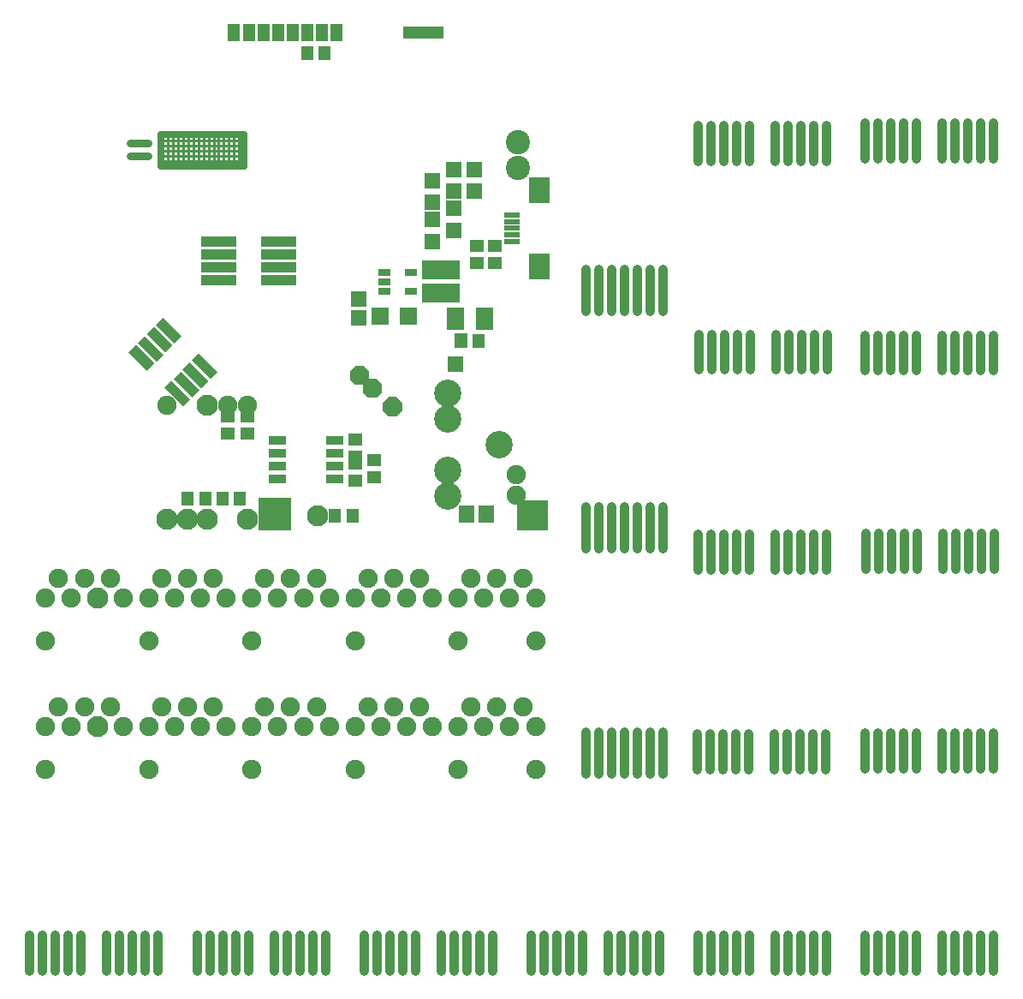
<source format=gbs>
%FSLAX34Y34*%
%MOMM*%
%LNSOLDERMASK_BOTTOM*%
G71*
G01*
%ADD10C, 1.900*%
%ADD11C, 2.100*%
%ADD12R, 1.800X2.200*%
%ADD13R, 1.190X0.800*%
%ADD14R, 3.800X1.900*%
%ADD15R, 1.800X1.800*%
%ADD16R, 1.600X1.500*%
%ADD17R, 1.600X1.600*%
%ADD18R, 1.200X1.800*%
%ADD19R, 1.300X1.400*%
%ADD20C, 2.400*%
%ADD21R, 1.800X0.870*%
%ADD22R, 1.400X1.300*%
%ADD23R, 1.500X1.700*%
%ADD24C, 2.700*%
%ADD25R, 1.550X0.600*%
%ADD26R, 2.100X2.500*%
%ADD27C, 0.250*%
%ADD28C, 0.700*%
%ADD29C, 0.800*%
%ADD30R, 2.600X1.000*%
%ADD31R, 0.500X1.200*%
%ADD32R, 3.500X1.000*%
%ADD33R, 2.500X1.000*%
%ADD34C, 0.950*%
%LPD*%
X43918Y-654498D02*
G54D10*
D03*
X145917Y-654498D02*
G54D10*
D03*
X247917Y-654498D02*
G54D10*
D03*
X349917Y-654498D02*
G54D10*
D03*
X451917Y-654498D02*
G54D10*
D03*
X528417Y-654498D02*
G54D10*
D03*
X43918Y-612222D02*
G54D10*
D03*
X69418Y-612223D02*
G54D10*
D03*
X94918Y-612222D02*
G54D11*
D03*
X120417Y-612223D02*
G54D10*
D03*
X145917Y-612223D02*
G54D10*
D03*
X171417Y-612223D02*
G54D10*
D03*
X196917Y-612223D02*
G54D10*
D03*
X222417Y-612223D02*
G54D10*
D03*
X247917Y-612223D02*
G54D10*
D03*
X273417Y-612223D02*
G54D10*
D03*
X298917Y-612223D02*
G54D10*
D03*
X324417Y-612223D02*
G54D10*
D03*
X349917Y-612223D02*
G54D10*
D03*
X375417Y-612223D02*
G54D10*
D03*
X400917Y-612223D02*
G54D10*
D03*
X426417Y-612223D02*
G54D10*
D03*
X451917Y-612223D02*
G54D10*
D03*
X477417Y-612223D02*
G54D10*
D03*
X502918Y-612223D02*
G54D10*
D03*
X528418Y-612223D02*
G54D10*
D03*
X56668Y-592222D02*
G54D10*
D03*
X82168Y-592222D02*
G54D10*
D03*
X107668Y-592223D02*
G54D10*
D03*
X158667Y-592223D02*
G54D10*
D03*
X184167Y-592223D02*
G54D10*
D03*
X209667Y-592223D02*
G54D10*
D03*
X260667Y-592223D02*
G54D10*
D03*
X286167Y-592223D02*
G54D10*
D03*
X311667Y-592223D02*
G54D10*
D03*
X362667Y-592223D02*
G54D10*
D03*
X388167Y-592223D02*
G54D10*
D03*
X413667Y-592223D02*
G54D10*
D03*
X464668Y-592223D02*
G54D10*
D03*
X490168Y-592223D02*
G54D10*
D03*
X515668Y-592223D02*
G54D10*
D03*
X477554Y-335700D02*
G54D12*
D03*
X449563Y-335692D02*
G54D12*
D03*
X379037Y-290137D02*
G54D13*
D03*
X379039Y-299542D02*
G54D13*
D03*
X379037Y-309137D02*
G54D13*
D03*
X404937Y-309137D02*
G54D13*
D03*
X404937Y-290137D02*
G54D13*
D03*
X435158Y-310622D02*
G54D14*
D03*
X435158Y-287622D02*
G54D14*
D03*
X402986Y-333744D02*
G54D15*
D03*
X374986Y-333745D02*
G54D15*
D03*
X353264Y-335252D02*
G54D16*
D03*
X353266Y-316248D02*
G54D16*
D03*
X426587Y-238064D02*
G54D16*
D03*
X426587Y-259638D02*
G54D16*
D03*
X449555Y-381078D02*
G54D17*
D03*
X509408Y-490574D02*
G54D10*
D03*
G36*
X510462Y-545200D02*
X510462Y-515200D01*
X540462Y-515200D01*
X540462Y-545200D01*
X510462Y-545200D01*
G37*
X230250Y-53610D02*
G54D18*
D03*
X245330Y-53608D02*
G54D18*
D03*
X259617Y-53608D02*
G54D18*
D03*
X273905Y-53608D02*
G54D18*
D03*
X288192Y-53608D02*
G54D18*
D03*
X302483Y-53610D02*
G54D18*
D03*
X316768Y-53608D02*
G54D18*
D03*
X331055Y-53608D02*
G54D18*
D03*
X302483Y-73990D02*
G54D19*
D03*
X319483Y-73990D02*
G54D19*
D03*
X163918Y-534324D02*
G54D11*
D03*
X184562Y-534330D02*
G54D11*
D03*
X203612Y-534330D02*
G54D11*
D03*
X203610Y-421490D02*
G54D11*
D03*
G36*
X286628Y-513249D02*
X286628Y-545249D01*
X254628Y-545249D01*
X254628Y-513249D01*
X286628Y-513249D01*
G37*
X511025Y-186929D02*
G54D20*
D03*
X511022Y-161528D02*
G54D20*
D03*
X329715Y-455905D02*
G54D21*
D03*
X329715Y-468605D02*
G54D21*
D03*
X329715Y-481305D02*
G54D21*
D03*
X329715Y-494005D02*
G54D21*
D03*
X272716Y-494005D02*
G54D21*
D03*
X272715Y-481305D02*
G54D21*
D03*
X272715Y-468605D02*
G54D21*
D03*
X272715Y-455905D02*
G54D21*
D03*
X350183Y-479320D02*
G54D22*
D03*
X350183Y-496320D02*
G54D22*
D03*
X350183Y-455177D02*
G54D22*
D03*
X350183Y-472177D02*
G54D22*
D03*
X369149Y-492511D02*
G54D22*
D03*
X369149Y-475511D02*
G54D22*
D03*
X459978Y-529033D02*
G54D23*
D03*
X163922Y-421491D02*
G54D10*
D03*
X224246Y-421491D02*
G54D10*
D03*
X243296Y-421491D02*
G54D10*
D03*
G36*
X126042Y-368952D02*
X133113Y-361882D01*
X151497Y-380268D01*
X144425Y-387338D01*
X126042Y-368952D01*
G37*
G36*
X135022Y-359972D02*
X142093Y-352901D01*
X160477Y-371287D01*
X153405Y-378358D01*
X135022Y-359972D01*
G37*
G36*
X144002Y-350991D02*
X151074Y-343921D01*
X169456Y-362308D01*
X162384Y-369378D01*
X144002Y-350991D01*
G37*
G36*
X152981Y-342013D02*
X160052Y-334942D01*
X178438Y-353325D01*
X171367Y-360397D01*
X152981Y-342013D01*
G37*
G36*
X188337Y-377368D02*
X195408Y-370297D01*
X213793Y-388681D01*
X206722Y-395752D01*
X188337Y-377368D01*
G37*
G36*
X179357Y-386349D02*
X186427Y-379277D01*
X204813Y-397661D01*
X197742Y-404732D01*
X179357Y-386349D01*
G37*
G36*
X170377Y-395328D02*
X177448Y-388257D01*
X195833Y-406642D01*
X188762Y-413713D01*
X170377Y-395328D01*
G37*
G36*
X161397Y-404308D02*
X168468Y-397237D01*
X186852Y-415623D01*
X179781Y-422693D01*
X161397Y-404308D01*
G37*
X236065Y-513547D02*
G54D19*
D03*
X219063Y-513544D02*
G54D19*
D03*
X479818Y-529034D02*
G54D23*
D03*
X491924Y-460596D02*
G54D24*
D03*
X441124Y-485996D02*
G54D24*
D03*
X441123Y-435195D02*
G54D24*
D03*
X441123Y-409796D02*
G54D24*
D03*
X441124Y-511396D02*
G54D24*
D03*
X505398Y-233740D02*
G54D25*
D03*
X505398Y-240240D02*
G54D25*
D03*
X505398Y-246740D02*
G54D25*
D03*
X505398Y-253240D02*
G54D25*
D03*
X505398Y-259740D02*
G54D25*
D03*
X532148Y-284240D02*
G54D26*
D03*
X532148Y-209240D02*
G54D26*
D03*
X426587Y-199567D02*
G54D16*
D03*
X426587Y-221141D02*
G54D16*
D03*
X447225Y-227269D02*
G54D16*
D03*
X447225Y-248843D02*
G54D16*
D03*
X447225Y-188772D02*
G54D16*
D03*
X447224Y-210346D02*
G54D16*
D03*
G36*
X371052Y-395312D02*
X376610Y-400870D01*
X376610Y-408754D01*
X371052Y-414312D01*
X363168Y-414312D01*
X357610Y-408754D01*
X357610Y-400870D01*
X363168Y-395312D01*
X371052Y-395312D01*
G37*
G36*
X358352Y-382612D02*
X363910Y-388170D01*
X363910Y-396054D01*
X358352Y-401612D01*
X350468Y-401612D01*
X344910Y-396054D01*
X344910Y-388170D01*
X350468Y-382612D01*
X358352Y-382612D01*
G37*
G36*
X391022Y-413569D02*
X396580Y-419127D01*
X396580Y-427011D01*
X391022Y-432569D01*
X383138Y-432569D01*
X377580Y-427011D01*
X377580Y-419127D01*
X383138Y-413569D01*
X391022Y-413569D01*
G37*
X467862Y-188772D02*
G54D16*
D03*
X467862Y-210346D02*
G54D16*
D03*
X488322Y-280756D02*
G54D22*
D03*
X488322Y-263756D02*
G54D22*
D03*
X470066Y-280756D02*
G54D22*
D03*
X470066Y-263756D02*
G54D22*
D03*
X312562Y-530574D02*
G54D11*
D03*
G54D27*
X160000Y-185482D02*
X160000Y-153732D01*
X165000Y-185482D02*
X165000Y-153732D01*
X170000Y-185482D02*
X170000Y-153732D01*
X175000Y-185482D02*
X175000Y-153732D01*
X180000Y-185482D02*
X180000Y-153732D01*
X185000Y-185482D02*
X185000Y-153732D01*
X190000Y-185482D02*
X190000Y-153732D01*
X195000Y-185482D02*
X195000Y-153732D01*
X200000Y-185482D02*
X200000Y-153732D01*
X205000Y-185482D02*
X205000Y-153732D01*
X210000Y-185482D02*
X210000Y-153732D01*
X215000Y-185482D02*
X215000Y-153732D01*
X220000Y-185482D02*
X220000Y-153732D01*
X225000Y-185482D02*
X225000Y-153732D01*
X230000Y-185482D02*
X230000Y-153732D01*
X235000Y-185482D02*
X235000Y-153732D01*
X240000Y-185482D02*
X240000Y-153732D01*
X157777Y-185000D02*
X240327Y-185000D01*
X157777Y-180000D02*
X240327Y-180000D01*
X157777Y-175000D02*
X240327Y-175000D01*
X157777Y-170000D02*
X240327Y-170000D01*
X157777Y-165000D02*
X240327Y-165000D01*
X157777Y-160000D02*
X240327Y-160000D01*
X157777Y-155000D02*
X240327Y-155000D01*
G54D28*
X157777Y-153732D02*
X240327Y-153732D01*
X240327Y-185482D01*
X157777Y-185482D01*
X157777Y-153732D01*
G54D29*
X145218Y-175418D02*
X127071Y-175418D01*
G54D29*
X145218Y-162718D02*
X127071Y-162718D01*
X184562Y-513541D02*
G54D19*
D03*
X201564Y-513544D02*
G54D19*
D03*
X269630Y-259627D02*
G54D30*
D03*
X269630Y-272327D02*
G54D30*
D03*
X269630Y-285027D02*
G54D30*
D03*
X269630Y-297727D02*
G54D30*
D03*
X219630Y-297727D02*
G54D30*
D03*
X219630Y-285027D02*
G54D30*
D03*
X219630Y-272327D02*
G54D30*
D03*
X219630Y-259627D02*
G54D30*
D03*
X330152Y-530574D02*
G54D19*
D03*
X347152Y-530574D02*
G54D19*
D03*
X223988Y-449418D02*
G54D22*
D03*
X223991Y-432416D02*
G54D22*
D03*
X243038Y-449418D02*
G54D22*
D03*
X243041Y-432416D02*
G54D22*
D03*
G36*
X448319Y-350704D02*
X461319Y-350703D01*
X461319Y-364703D01*
X448319Y-364704D01*
X448319Y-350704D01*
G37*
X471819Y-357703D02*
G54D19*
D03*
X399897Y-53562D02*
G54D31*
D03*
X404897Y-53562D02*
G54D31*
D03*
X409897Y-53562D02*
G54D31*
D03*
X414897Y-53562D02*
G54D31*
D03*
X419897Y-53562D02*
G54D31*
D03*
X424897Y-53562D02*
G54D31*
D03*
X429897Y-53562D02*
G54D31*
D03*
X434897Y-53562D02*
G54D31*
D03*
X459978Y-529033D02*
G54D23*
D03*
X479818Y-529034D02*
G54D23*
D03*
X243307Y-534324D02*
G54D11*
D03*
X509408Y-510574D02*
G54D10*
D03*
X274393Y-259627D02*
G54D32*
D03*
X219630Y-259627D02*
G54D33*
D03*
X274393Y-272327D02*
G54D32*
D03*
X274393Y-285027D02*
G54D32*
D03*
X274393Y-297727D02*
G54D32*
D03*
X214868Y-297727D02*
G54D32*
D03*
X214868Y-285027D02*
G54D32*
D03*
X214868Y-272327D02*
G54D32*
D03*
X214868Y-259627D02*
G54D32*
D03*
X43918Y-781498D02*
G54D10*
D03*
X145917Y-781498D02*
G54D10*
D03*
X247917Y-781498D02*
G54D10*
D03*
X349917Y-781498D02*
G54D10*
D03*
X451917Y-781498D02*
G54D10*
D03*
X528417Y-781498D02*
G54D10*
D03*
X43918Y-739222D02*
G54D10*
D03*
X69418Y-739223D02*
G54D10*
D03*
X94918Y-739222D02*
G54D11*
D03*
X120417Y-739223D02*
G54D10*
D03*
X145917Y-739223D02*
G54D10*
D03*
X171417Y-739223D02*
G54D10*
D03*
X196917Y-739223D02*
G54D10*
D03*
X222417Y-739223D02*
G54D10*
D03*
X247917Y-739223D02*
G54D10*
D03*
X273417Y-739223D02*
G54D10*
D03*
X298917Y-739223D02*
G54D10*
D03*
X324417Y-739223D02*
G54D10*
D03*
X349917Y-739223D02*
G54D10*
D03*
X375417Y-739223D02*
G54D10*
D03*
X400917Y-739223D02*
G54D10*
D03*
X426417Y-739223D02*
G54D10*
D03*
X451917Y-739223D02*
G54D10*
D03*
X477417Y-739223D02*
G54D10*
D03*
X502918Y-739223D02*
G54D10*
D03*
X528418Y-739223D02*
G54D10*
D03*
X56668Y-719222D02*
G54D10*
D03*
X82168Y-719222D02*
G54D10*
D03*
X107668Y-719223D02*
G54D10*
D03*
X158667Y-719223D02*
G54D10*
D03*
X184167Y-719223D02*
G54D10*
D03*
X209667Y-719223D02*
G54D10*
D03*
X260667Y-719223D02*
G54D10*
D03*
X286167Y-719223D02*
G54D10*
D03*
X311667Y-719223D02*
G54D10*
D03*
X362667Y-719223D02*
G54D10*
D03*
X388167Y-719223D02*
G54D10*
D03*
X413667Y-719223D02*
G54D10*
D03*
X464668Y-719223D02*
G54D10*
D03*
X490168Y-719223D02*
G54D10*
D03*
X515668Y-719223D02*
G54D10*
D03*
G54D34*
X141989Y-944692D02*
X141989Y-980092D01*
G54D34*
X129189Y-944692D02*
X129189Y-980092D01*
G54D34*
X116489Y-944692D02*
X116489Y-980092D01*
G54D34*
X103889Y-944692D02*
X103889Y-980092D01*
G54D34*
X78389Y-944692D02*
X78389Y-980092D01*
G54D34*
X154589Y-944692D02*
X154589Y-980092D01*
G54D34*
X65689Y-944692D02*
X65689Y-980092D01*
G54D34*
X53089Y-944692D02*
X53089Y-980092D01*
G54D34*
X40289Y-944692D02*
X40289Y-980092D01*
G54D34*
X27589Y-944692D02*
X27589Y-980092D01*
G54D34*
X307883Y-944692D02*
X307883Y-980092D01*
G54D34*
X295083Y-944692D02*
X295083Y-980092D01*
G54D34*
X282383Y-944692D02*
X282383Y-980092D01*
G54D34*
X269783Y-944692D02*
X269783Y-980092D01*
G54D34*
X244283Y-944692D02*
X244283Y-980092D01*
G54D34*
X320483Y-944692D02*
X320483Y-980092D01*
G54D34*
X231583Y-944692D02*
X231583Y-980092D01*
G54D34*
X218983Y-944692D02*
X218983Y-980092D01*
G54D34*
X206183Y-944692D02*
X206183Y-980092D01*
G54D34*
X193483Y-944692D02*
X193483Y-980092D01*
G54D34*
X472983Y-944692D02*
X472983Y-980092D01*
G54D34*
X460183Y-944692D02*
X460183Y-980092D01*
G54D34*
X447483Y-944692D02*
X447483Y-980092D01*
G54D34*
X434883Y-944692D02*
X434883Y-980092D01*
G54D34*
X409383Y-944692D02*
X409383Y-980092D01*
G54D34*
X485583Y-944692D02*
X485583Y-980092D01*
G54D34*
X396683Y-944692D02*
X396683Y-980092D01*
G54D34*
X384083Y-944692D02*
X384083Y-980092D01*
G54D34*
X371283Y-944692D02*
X371283Y-980092D01*
G54D34*
X358583Y-944692D02*
X358583Y-980092D01*
G54D34*
X638083Y-944692D02*
X638083Y-980092D01*
G54D34*
X625283Y-944692D02*
X625283Y-980092D01*
G54D34*
X612583Y-944692D02*
X612583Y-980092D01*
G54D34*
X599983Y-944692D02*
X599983Y-980092D01*
G54D34*
X574483Y-944692D02*
X574483Y-980092D01*
G54D34*
X650683Y-944692D02*
X650683Y-980092D01*
G54D34*
X561783Y-944692D02*
X561783Y-980092D01*
G54D34*
X549183Y-944692D02*
X549183Y-980092D01*
G54D34*
X536383Y-944692D02*
X536383Y-980092D01*
G54D34*
X523683Y-944692D02*
X523683Y-980092D01*
G54D34*
X803183Y-944692D02*
X803183Y-980092D01*
G54D34*
X790383Y-944692D02*
X790383Y-980092D01*
G54D34*
X777683Y-944692D02*
X777683Y-980092D01*
G54D34*
X765083Y-944692D02*
X765083Y-980092D01*
G54D34*
X739583Y-944692D02*
X739583Y-980092D01*
G54D34*
X815783Y-944692D02*
X815783Y-980092D01*
G54D34*
X726883Y-944692D02*
X726883Y-980092D01*
G54D34*
X714283Y-944692D02*
X714283Y-980092D01*
G54D34*
X701483Y-944692D02*
X701483Y-980092D01*
G54D34*
X688783Y-944692D02*
X688783Y-980092D01*
G54D34*
X968284Y-944692D02*
X968283Y-980092D01*
G54D34*
X955483Y-944692D02*
X955483Y-980092D01*
G54D34*
X942783Y-944692D02*
X942783Y-980092D01*
G54D34*
X930183Y-944692D02*
X930183Y-980092D01*
G54D34*
X904683Y-944692D02*
X904683Y-980092D01*
G54D34*
X980883Y-944692D02*
X980883Y-980092D01*
G54D34*
X891983Y-944692D02*
X891983Y-980092D01*
G54D34*
X879383Y-944692D02*
X879383Y-980092D01*
G54D34*
X866583Y-944692D02*
X866583Y-980092D01*
G54D34*
X853883Y-944692D02*
X853883Y-980092D01*
G54D34*
X968093Y-745148D02*
X968092Y-780548D01*
G54D34*
X955292Y-745148D02*
X955292Y-780548D01*
G54D34*
X942592Y-745148D02*
X942592Y-780548D01*
G54D34*
X929992Y-745148D02*
X929992Y-780548D01*
G54D34*
X904492Y-745148D02*
X904492Y-780548D01*
G54D34*
X980692Y-745148D02*
X980692Y-780548D01*
G54D34*
X891792Y-745148D02*
X891792Y-780548D01*
G54D34*
X879192Y-745148D02*
X879192Y-780548D01*
G54D34*
X866392Y-745148D02*
X866392Y-780548D01*
G54D34*
X853692Y-745148D02*
X853692Y-780548D01*
G54D34*
X802596Y-745941D02*
X802595Y-781341D01*
G54D34*
X789796Y-745941D02*
X789796Y-781341D01*
G54D34*
X777096Y-745941D02*
X777096Y-781341D01*
G54D34*
X764496Y-745941D02*
X764496Y-781341D01*
G54D34*
X738996Y-745941D02*
X738996Y-781341D01*
G54D34*
X815195Y-745941D02*
X815195Y-781341D01*
G54D34*
X726296Y-745941D02*
X726296Y-781341D01*
G54D34*
X713696Y-745941D02*
X713696Y-781341D01*
G54D34*
X700896Y-745941D02*
X700896Y-781341D01*
G54D34*
X688196Y-745941D02*
X688196Y-781341D01*
G54D34*
X969283Y-547901D02*
X969283Y-583301D01*
G54D34*
X956483Y-547901D02*
X956483Y-583301D01*
G54D34*
X943783Y-547901D02*
X943783Y-583301D01*
G54D34*
X931183Y-547901D02*
X931183Y-583301D01*
G54D34*
X905683Y-547901D02*
X905683Y-583301D01*
G54D34*
X981883Y-547901D02*
X981883Y-583301D01*
G54D34*
X892983Y-547901D02*
X892983Y-583301D01*
G54D34*
X880383Y-547901D02*
X880383Y-583301D01*
G54D34*
X867583Y-547901D02*
X867583Y-583301D01*
G54D34*
X854883Y-547901D02*
X854883Y-583301D01*
G54D34*
X802764Y-548548D02*
X802764Y-583948D01*
G54D34*
X789964Y-548548D02*
X789964Y-583948D01*
G54D34*
X777264Y-548548D02*
X777264Y-583948D01*
G54D34*
X764664Y-548548D02*
X764664Y-583948D01*
G54D34*
X739164Y-548548D02*
X739164Y-583948D01*
G54D34*
X815364Y-548548D02*
X815364Y-583948D01*
G54D34*
X726464Y-548548D02*
X726464Y-583948D01*
G54D34*
X713864Y-548548D02*
X713864Y-583948D01*
G54D34*
X701064Y-548548D02*
X701064Y-583948D01*
G54D34*
X688364Y-548548D02*
X688364Y-583948D01*
G54D34*
X968490Y-351844D02*
X968489Y-387244D01*
G54D34*
X955689Y-351844D02*
X955689Y-387244D01*
G54D34*
X942989Y-351844D02*
X942989Y-387244D01*
G54D34*
X930389Y-351844D02*
X930389Y-387244D01*
G54D34*
X904889Y-351844D02*
X904889Y-387244D01*
G54D34*
X981089Y-351844D02*
X981089Y-387244D01*
G54D34*
X892189Y-351844D02*
X892189Y-387244D01*
G54D34*
X879589Y-351844D02*
X879589Y-387244D01*
G54D34*
X866789Y-351844D02*
X866789Y-387244D01*
G54D34*
X854089Y-351844D02*
X854089Y-387244D01*
G54D34*
X804183Y-351051D02*
X804183Y-386451D01*
G54D34*
X791383Y-351051D02*
X791383Y-386451D01*
G54D34*
X778683Y-351051D02*
X778683Y-386451D01*
G54D34*
X766083Y-351051D02*
X766083Y-386451D01*
G54D34*
X740583Y-351051D02*
X740583Y-386451D01*
G54D34*
X816783Y-351051D02*
X816783Y-386451D01*
G54D34*
X727883Y-351051D02*
X727883Y-386451D01*
G54D34*
X715283Y-351051D02*
X715283Y-386451D01*
G54D34*
X702483Y-351051D02*
X702483Y-386451D01*
G54D34*
X689783Y-351051D02*
X689783Y-386451D01*
G54D34*
X641464Y-743900D02*
X641464Y-785650D01*
G54D34*
X628664Y-743900D02*
X628664Y-785650D01*
G54D34*
X615964Y-743900D02*
X615964Y-785650D01*
G54D34*
X603364Y-743900D02*
X603364Y-785650D01*
G54D34*
X590564Y-743900D02*
X590564Y-785650D01*
G54D34*
X577864Y-743900D02*
X577864Y-785650D01*
G54D34*
X654064Y-743900D02*
X654064Y-785650D01*
G54D34*
X641464Y-521650D02*
X641464Y-563400D01*
G54D34*
X628664Y-521650D02*
X628664Y-563400D01*
G54D34*
X615964Y-521650D02*
X615964Y-563400D01*
G54D34*
X603364Y-521650D02*
X603364Y-563400D01*
G54D34*
X590564Y-521650D02*
X590564Y-563400D01*
G54D34*
X577864Y-521650D02*
X577864Y-563400D01*
G54D34*
X654064Y-521650D02*
X654064Y-563400D01*
G54D34*
X641464Y-286700D02*
X641464Y-328450D01*
G54D34*
X628664Y-286700D02*
X628664Y-328450D01*
G54D34*
X615964Y-286700D02*
X615964Y-328450D01*
G54D34*
X603364Y-286700D02*
X603364Y-328450D01*
G54D34*
X590564Y-286700D02*
X590564Y-328450D01*
G54D34*
X577864Y-286700D02*
X577864Y-328450D01*
G54D34*
X654064Y-286700D02*
X654064Y-328450D01*
G54D34*
X968490Y-142294D02*
X968489Y-177694D01*
G54D34*
X955689Y-142294D02*
X955689Y-177694D01*
G54D34*
X942989Y-142294D02*
X942989Y-177694D01*
G54D34*
X930389Y-142294D02*
X930389Y-177694D01*
G54D34*
X904889Y-142294D02*
X904889Y-177694D01*
G54D34*
X981089Y-142294D02*
X981089Y-177694D01*
G54D34*
X892189Y-142294D02*
X892189Y-177694D01*
G54D34*
X879589Y-142294D02*
X879589Y-177694D01*
G54D34*
X866789Y-142294D02*
X866789Y-177694D01*
G54D34*
X854089Y-142294D02*
X854089Y-177694D01*
G54D34*
X803184Y-144591D02*
X803183Y-179991D01*
G54D34*
X790383Y-144591D02*
X790383Y-179991D01*
G54D34*
X777683Y-144591D02*
X777683Y-179991D01*
G54D34*
X765083Y-144591D02*
X765083Y-179991D01*
G54D34*
X739583Y-144591D02*
X739583Y-179991D01*
G54D34*
X815783Y-144591D02*
X815783Y-179991D01*
G54D34*
X726883Y-144591D02*
X726883Y-179991D01*
G54D34*
X714283Y-144591D02*
X714283Y-179991D01*
G54D34*
X701483Y-144591D02*
X701483Y-179991D01*
G54D34*
X688783Y-144591D02*
X688783Y-179991D01*
M02*

</source>
